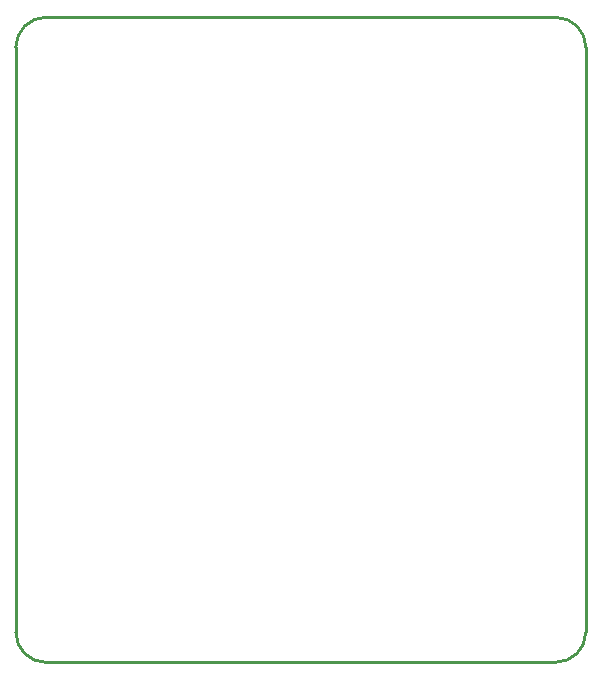
<source format=gm1>
G04*
G04 #@! TF.GenerationSoftware,Altium Limited,Altium Designer,20.0.9 (164)*
G04*
G04 Layer_Color=16711935*
%FSLAX25Y25*%
%MOIN*%
G70*
G01*
G75*
%ADD10C,0.01000*%
D10*
X390000Y200000D02*
G03*
X400000Y190000I10000J0D01*
G01*
X570000D02*
G03*
X580000Y200000I0J10000D01*
G01*
Y395000D02*
G03*
X570000Y405000I-10000J0D01*
G01*
X400000Y405000D02*
G03*
X390000Y395000I-0J-10000D01*
G01*
X400000Y190000D02*
X570000Y190000D01*
X390000Y200000D02*
Y395000D01*
X580000Y200000D02*
Y395000D01*
X400000Y405000D02*
X570000Y405000D01*
M02*

</source>
